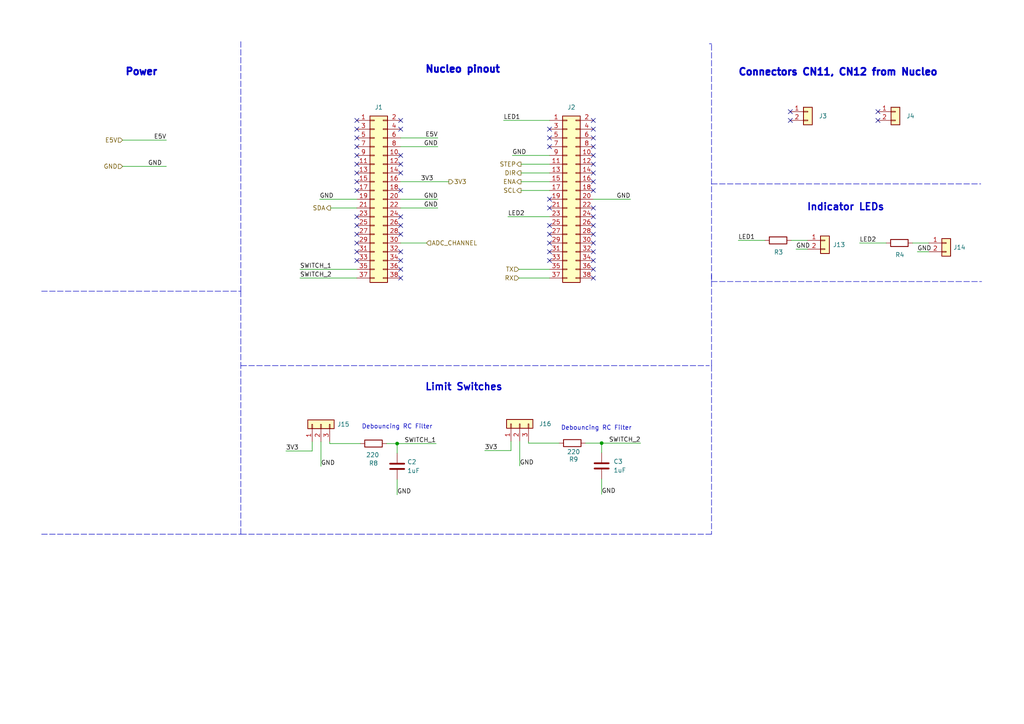
<source format=kicad_sch>
(kicad_sch (version 20211123) (generator eeschema)
  (paper "A4")
  (lib_symbols
    (symbol "Connector_Generic:Conn_01x02" (pin_names (offset 1.016) hide)
      (property "Reference" "J" (at 0 2.54 0))
      (property "Value" "Conn_01x02" (at 0 -5.08 0))
      (symbol "Conn_01x02_1_1"
        (rectangle (start -1.27 -2.413) (end 0 -2.667) (stroke (width 0.1524)))
        (rectangle (start -1.27 0.127) (end 0 -0.127) (stroke (width 0.1524)))
        (rectangle (start -1.27 1.27) (end 1.27 -3.81) (stroke (width 0.254)) (fill (type background)))
        (pin passive line (at -5.08 0 0) (length 3.81) (name "Pin_1") (number "1"))
        (pin passive line (at -5.08 -2.54 0) (length 3.81) (name "Pin_2") (number "2"))
      )
    )
    (symbol "Connector_Generic:Conn_01x03" (pin_names (offset 1.016) hide)
      (property "Reference" "J" (at 0 5.08 0))
      (property "Value" "Conn_01x03" (at 0 -5.08 0))
      (symbol "Conn_01x03_1_1"
        (rectangle (start -1.27 -2.413) (end 0 -2.667) (stroke (width 0.1524)))
        (rectangle (start -1.27 0.127) (end 0 -0.127) (stroke (width 0.1524)))
        (rectangle (start -1.27 2.667) (end 0 2.413) (stroke (width 0.1524)))
        (rectangle (start -1.27 3.81) (end 1.27 -3.81) (stroke (width 0.254)) (fill (type background)))
        (pin passive line (at -5.08 2.54 0) (length 3.81) (name "Pin_1") (number "1"))
        (pin passive line (at -5.08 0 0) (length 3.81) (name "Pin_2") (number "2"))
        (pin passive line (at -5.08 -2.54 0) (length 3.81) (name "Pin_3") (number "3"))
      )
    )
    (symbol "Connector_Generic:Conn_02x19_Odd_Even" (pin_names (offset 1.016) hide)
      (property "Reference" "J" (at 1.27 25.4 0))
      (property "Value" "Conn_02x19_Odd_Even" (at 1.27 -25.4 0))
      (symbol "Conn_02x19_Odd_Even_1_1"
        (rectangle (start -1.27 -22.733) (end 0 -22.987) (stroke (width 0.1524)))
        (rectangle (start -1.27 -20.193) (end 0 -20.447) (stroke (width 0.1524)))
        (rectangle (start -1.27 -17.653) (end 0 -17.907) (stroke (width 0.1524)))
        (rectangle (start -1.27 -15.113) (end 0 -15.367) (stroke (width 0.1524)))
        (rectangle (start -1.27 -12.573) (end 0 -12.827) (stroke (width 0.1524)))
        (rectangle (start -1.27 -10.033) (end 0 -10.287) (stroke (width 0.1524)))
        (rectangle (start -1.27 -7.493) (end 0 -7.747) (stroke (width 0.1524)))
        (rectangle (start -1.27 -4.953) (end 0 -5.207) (stroke (width 0.1524)))
        (rectangle (start -1.27 -2.413) (end 0 -2.667) (stroke (width 0.1524)))
        (rectangle (start -1.27 0.127) (end 0 -0.127) (stroke (width 0.1524)))
        (rectangle (start -1.27 2.667) (end 0 2.413) (stroke (width 0.1524)))
        (rectangle (start -1.27 5.207) (end 0 4.953) (stroke (width 0.1524)))
        (rectangle (start -1.27 7.747) (end 0 7.493) (stroke (width 0.1524)))
        (rectangle (start -1.27 10.287) (end 0 10.033) (stroke (width 0.1524)))
        (rectangle (start -1.27 12.827) (end 0 12.573) (stroke (width 0.1524)))
        (rectangle (start -1.27 15.367) (end 0 15.113) (stroke (width 0.1524)))
        (rectangle (start -1.27 17.907) (end 0 17.653) (stroke (width 0.1524)))
        (rectangle (start -1.27 20.447) (end 0 20.193) (stroke (width 0.1524)))
        (rectangle (start -1.27 22.987) (end 0 22.733) (stroke (width 0.1524)))
        (rectangle (start -1.27 24.13) (end 3.81 -24.13) (stroke (width 0.254)) (fill (type background)))
        (rectangle (start 3.81 -22.733) (end 2.54 -22.987) (stroke (width 0.1524)))
        (rectangle (start 3.81 -20.193) (end 2.54 -20.447) (stroke (width 0.1524)))
        (rectangle (start 3.81 -17.653) (end 2.54 -17.907) (stroke (width 0.1524)))
        (rectangle (start 3.81 -15.113) (end 2.54 -15.367) (stroke (width 0.1524)))
        (rectangle (start 3.81 -12.573) (end 2.54 -12.827) (stroke (width 0.1524)))
        (rectangle (start 3.81 -10.033) (end 2.54 -10.287) (stroke (width 0.1524)))
        (rectangle (start 3.81 -7.493) (end 2.54 -7.747) (stroke (width 0.1524)))
        (rectangle (start 3.81 -4.953) (end 2.54 -5.207) (stroke (width 0.1524)))
        (rectangle (start 3.81 -2.413) (end 2.54 -2.667) (stroke (width 0.1524)))
        (rectangle (start 3.81 0.127) (end 2.54 -0.127) (stroke (width 0.1524)))
        (rectangle (start 3.81 2.667) (end 2.54 2.413) (stroke (width 0.1524)))
        (rectangle (start 3.81 5.207) (end 2.54 4.953) (stroke (width 0.1524)))
        (rectangle (start 3.81 7.747) (end 2.54 7.493) (stroke (width 0.1524)))
        (rectangle (start 3.81 10.287) (end 2.54 10.033) (stroke (width 0.1524)))
        (rectangle (start 3.81 12.827) (end 2.54 12.573) (stroke (width 0.1524)))
        (rectangle (start 3.81 15.367) (end 2.54 15.113) (stroke (width 0.1524)))
        (rectangle (start 3.81 17.907) (end 2.54 17.653) (stroke (width 0.1524)))
        (rectangle (start 3.81 20.447) (end 2.54 20.193) (stroke (width 0.1524)))
        (rectangle (start 3.81 22.987) (end 2.54 22.733) (stroke (width 0.1524)))
        (pin passive line (at -5.08 22.86 0) (length 3.81) (name "Pin_1") (number "1"))
        (pin passive line (at 7.62 12.7 180) (length 3.81) (name "Pin_10") (number "10"))
        (pin passive line (at -5.08 10.16 0) (length 3.81) (name "Pin_11") (number "11"))
        (pin passive line (at 7.62 10.16 180) (length 3.81) (name "Pin_12") (number "12"))
        (pin passive line (at -5.08 7.62 0) (length 3.81) (name "Pin_13") (number "13"))
        (pin passive line (at 7.62 7.62 180) (length 3.81) (name "Pin_14") (number "14"))
        (pin passive line (at -5.08 5.08 0) (length 3.81) (name "Pin_15") (number "15"))
        (pin passive line (at 7.62 5.08 180) (length 3.81) (name "Pin_16") (number "16"))
        (pin passive line (at -5.08 2.54 0) (length 3.81) (name "Pin_17") (number "17"))
        (pin passive line (at 7.62 2.54 180) (length 3.81) (name "Pin_18") (number "18"))
        (pin passive line (at -5.08 0 0) (length 3.81) (name "Pin_19") (number "19"))
        (pin passive line (at 7.62 22.86 180) (length 3.81) (name "Pin_2") (number "2"))
        (pin passive line (at 7.62 0 180) (length 3.81) (name "Pin_20") (number "20"))
        (pin passive line (at -5.08 -2.54 0) (length 3.81) (name "Pin_21") (number "21"))
        (pin passive line (at 7.62 -2.54 180) (length 3.81) (name "Pin_22") (number "22"))
        (pin passive line (at -5.08 -5.08 0) (length 3.81) (name "Pin_23") (number "23"))
        (pin passive line (at 7.62 -5.08 180) (length 3.81) (name "Pin_24") (number "24"))
        (pin passive line (at -5.08 -7.62 0) (length 3.81) (name "Pin_25") (number "25"))
        (pin passive line (at 7.62 -7.62 180) (length 3.81) (name "Pin_26") (number "26"))
        (pin passive line (at -5.08 -10.16 0) (length 3.81) (name "Pin_27") (number "27"))
        (pin passive line (at 7.62 -10.16 180) (length 3.81) (name "Pin_28") (number "28"))
        (pin passive line (at -5.08 -12.7 0) (length 3.81) (name "Pin_29") (number "29"))
        (pin passive line (at -5.08 20.32 0) (length 3.81) (name "Pin_3") (number "3"))
        (pin passive line (at 7.62 -12.7 180) (length 3.81) (name "Pin_30") (number "30"))
        (pin passive line (at -5.08 -15.24 0) (length 3.81) (name "Pin_31") (number "31"))
        (pin passive line (at 7.62 -15.24 180) (length 3.81) (name "Pin_32") (number "32"))
        (pin passive line (at -5.08 -17.78 0) (length 3.81) (name "Pin_33") (number "33"))
        (pin passive line (at 7.62 -17.78 180) (length 3.81) (name "Pin_34") (number "34"))
        (pin passive line (at -5.08 -20.32 0) (length 3.81) (name "Pin_35") (number "35"))
        (pin passive line (at 7.62 -20.32 180) (length 3.81) (name "Pin_36") (number "36"))
        (pin passive line (at -5.08 -22.86 0) (length 3.81) (name "Pin_37") (number "37"))
        (pin passive line (at 7.62 -22.86 180) (length 3.81) (name "Pin_38") (number "38"))
        (pin passive line (at 7.62 20.32 180) (length 3.81) (name "Pin_4") (number "4"))
        (pin passive line (at -5.08 17.78 0) (length 3.81) (name "Pin_5") (number "5"))
        (pin passive line (at 7.62 17.78 180) (length 3.81) (name "Pin_6") (number "6"))
        (pin passive line (at -5.08 15.24 0) (length 3.81) (name "Pin_7") (number "7"))
        (pin passive line (at 7.62 15.24 180) (length 3.81) (name "Pin_8") (number "8"))
        (pin passive line (at -5.08 12.7 0) (length 3.81) (name "Pin_9") (number "9"))
      )
    )
    (symbol "Device:C" (pin_numbers hide) (pin_names (offset 0.254))
      (property "Reference" "C" (at 0.635 2.54 0))
      (property "Value" "C" (at 0.635 -2.54 0))
      (symbol "C_0_1"
        (polyline (pts (xy -2.032 -0.762) (xy 2.032 -0.762)) (stroke (width 0.508)))
        (polyline (pts (xy -2.032 0.762) (xy 2.032 0.762)) (stroke (width 0.508)))
      )
      (symbol "C_1_1"
        (pin passive line (at 0 3.81 270) (length 2.794) (name "~") (number "1"))
        (pin passive line (at 0 -3.81 90) (length 2.794) (name "~") (number "2"))
      )
    )
    (symbol "Device:R" (pin_numbers hide) (pin_names (offset 0))
      (property "Reference" "R" (at 2.032 0 90))
      (property "Value" "R" (at 0 0 90))
      (symbol "R_0_1"
        (rectangle (start -1.016 -2.54) (end 1.016 2.54) (stroke (width 0.254)))
      )
      (symbol "R_1_1"
        (pin passive line (at 0 3.81 270) (length 1.27) (name "~") (number "1"))
        (pin passive line (at 0 -3.81 90) (length 1.27) (name "~") (number "2"))
      )
    )
  )
  (junction (at 115.189 128.651))
  (junction (at 174.498 128.524))
  (no_connect (at 116.205 62.865))
  (no_connect (at 103.505 75.565))
  (no_connect (at 116.205 65.405))
  (no_connect (at 254.635 34.925))
  (no_connect (at 229.235 34.925))
  (no_connect (at 116.205 67.945))
  (no_connect (at 116.205 78.105))
  (no_connect (at 116.205 80.645))
  (no_connect (at 103.505 67.945))
  (no_connect (at 103.505 70.485))
  (no_connect (at 103.505 73.025))
  (no_connect (at 229.235 32.385))
  (no_connect (at 103.505 62.865))
  (no_connect (at 103.505 65.405))
  (no_connect (at 116.205 75.565))
  (no_connect (at 116.205 73.025))
  (no_connect (at 116.205 47.625))
  (no_connect (at 116.205 50.165))
  (no_connect (at 116.205 34.925))
  (no_connect (at 116.205 37.465))
  (no_connect (at 116.205 45.085))
  (no_connect (at 116.205 55.245))
  (no_connect (at 103.505 55.245))
  (no_connect (at 103.505 52.705))
  (no_connect (at 103.505 50.165))
  (no_connect (at 103.505 47.625))
  (no_connect (at 103.505 45.085))
  (no_connect (at 103.505 42.545))
  (no_connect (at 103.505 40.005))
  (no_connect (at 103.505 37.465))
  (no_connect (at 103.505 34.925))
  (no_connect (at 159.385 42.545))
  (no_connect (at 159.385 40.005))
  (no_connect (at 159.385 37.465))
  (no_connect (at 172.085 47.625))
  (no_connect (at 172.085 50.165))
  (no_connect (at 172.085 52.705))
  (no_connect (at 172.085 55.245))
  (no_connect (at 172.085 60.325))
  (no_connect (at 172.085 65.405))
  (no_connect (at 172.085 62.865))
  (no_connect (at 159.385 57.785))
  (no_connect (at 159.385 60.325))
  (no_connect (at 159.385 65.405))
  (no_connect (at 172.085 34.925))
  (no_connect (at 172.085 37.465))
  (no_connect (at 172.085 40.005))
  (no_connect (at 172.085 42.545))
  (no_connect (at 172.085 45.085))
  (no_connect (at 172.085 80.645))
  (no_connect (at 172.085 78.105))
  (no_connect (at 159.385 73.025))
  (no_connect (at 159.385 75.565))
  (no_connect (at 159.385 67.945))
  (no_connect (at 159.385 70.485))
  (no_connect (at 172.085 75.565))
  (no_connect (at 172.085 67.945))
  (no_connect (at 172.085 70.485))
  (no_connect (at 172.085 73.025))
  (no_connect (at 254.635 32.385))
  (polyline (pts (xy 12.065 84.455) (xy 69.85 84.455)))
  (wire (pts (xy 115.189 139.065) (xy 115.189 143.51)))
  (polyline (pts (xy 206.375 106.045) (xy 206.375 154.94)))
  (wire (pts (xy 116.205 60.325) (xy 127 60.325)))
  (wire (pts (xy 153.289 128.016) (xy 153.289 128.524)))
  (wire (pts (xy 174.498 138.938) (xy 174.498 143.383)))
  (wire (pts (xy 140.589 130.683) (xy 148.209 130.683)))
  (polyline (pts (xy 69.85 106.045) (xy 205.74 106.045)))
  (wire (pts (xy 266.065 73.025) (xy 269.367 73.025)))
  (wire (pts (xy 150.495 78.105) (xy 159.385 78.105)))
  (wire (pts (xy 159.385 45.085) (xy 148.59 45.085)))
  (polyline (pts (xy 12.065 154.94) (xy 69.85 154.94)))
  (wire (pts (xy 264.668 70.485) (xy 269.367 70.485)))
  (wire (pts (xy 214.122 69.723) (xy 221.869 69.723)))
  (polyline (pts (xy 206.375 53.34) (xy 284.48 53.34)))
  (wire (pts (xy 169.799 128.524) (xy 174.498 128.524)))
  (polyline (pts (xy 206.375 81.661) (xy 284.734 81.661)))
  (wire (pts (xy 116.205 70.485) (xy 123.698 70.485)))
  (wire (pts (xy 230.886 72.263) (xy 234.188 72.263)))
  (polyline (pts (xy 69.85 84.455) (xy 69.85 106.045)))
  (wire (pts (xy 35.56 48.26) (xy 48.26 48.26)))
  (wire (pts (xy 147.32 62.865) (xy 159.385 62.865)))
  (polyline (pts (xy 206.375 154.94) (xy 69.85 154.94)))
  (polyline (pts (xy 205.74 12.7) (xy 206.375 12.7)))
  (wire (pts (xy 174.498 128.524) (xy 174.498 131.318)))
  (wire (pts (xy 86.995 78.105) (xy 103.505 78.105)))
  (wire (pts (xy 151.13 50.165) (xy 159.385 50.165)))
  (wire (pts (xy 151.13 55.245) (xy 159.385 55.245)))
  (wire (pts (xy 115.189 128.651) (xy 126.492 128.651)))
  (wire (pts (xy 86.995 80.645) (xy 103.505 80.645)))
  (wire (pts (xy 95.885 60.325) (xy 103.505 60.325)))
  (wire (pts (xy 150.749 128.016) (xy 150.749 135.128)))
  (wire (pts (xy 174.498 128.524) (xy 185.801 128.524)))
  (wire (pts (xy 146.05 34.925) (xy 159.385 34.925)))
  (wire (pts (xy 103.505 57.785) (xy 92.71 57.785)))
  (wire (pts (xy 82.931 130.81) (xy 90.551 130.81)))
  (polyline (pts (xy 206.375 106.045) (xy 206.375 12.7)))
  (wire (pts (xy 35.56 40.64) (xy 48.26 40.64)))
  (wire (pts (xy 150.495 80.645) (xy 159.385 80.645)))
  (wire (pts (xy 116.205 42.545) (xy 127 42.545)))
  (polyline (pts (xy 69.85 154.94) (xy 69.85 106.045)))
  (wire (pts (xy 116.205 52.705) (xy 130.175 52.705)))
  (wire (pts (xy 115.189 128.651) (xy 115.189 131.445)))
  (wire (pts (xy 249.301 70.485) (xy 257.048 70.485)))
  (wire (pts (xy 116.205 57.785) (xy 127 57.785)))
  (wire (pts (xy 172.085 57.785) (xy 182.88 57.785)))
  (wire (pts (xy 153.289 128.524) (xy 162.179 128.524)))
  (wire (pts (xy 151.13 52.705) (xy 159.385 52.705)))
  (wire (pts (xy 116.205 40.005) (xy 127 40.005)))
  (wire (pts (xy 93.091 128.143) (xy 93.091 135.255)))
  (polyline (pts (xy 69.85 12.065) (xy 69.85 84.455)))
  (wire (pts (xy 148.209 128.016) (xy 148.209 130.683)))
  (wire (pts (xy 95.631 128.651) (xy 104.521 128.651)))
  (wire (pts (xy 229.489 69.723) (xy 234.188 69.723)))
  (wire (pts (xy 151.13 47.625) (xy 159.385 47.625)))
  (wire (pts (xy 95.631 128.143) (xy 95.631 128.651)))
  (wire (pts (xy 112.141 128.651) (xy 115.189 128.651)))
  (polyline (pts (xy 206.375 79.629) (xy 206.375 81.661)))
  (wire (pts (xy 90.551 128.143) (xy 90.551 130.81)))
  (text "Connectors CN11, CN12 from Nucleo\n" (at 213.995 22.225 0) (effects (font (size 2.032 2.032) (thickness 0.508) bold) (justify left bottom)))
  (text "Indicator LEDs" (at 233.934 61.341 0) (effects (font (size 2.032 2.032) (thickness 0.4064) bold) (justify left bottom)))
  (text "Debouncing RC Filter\n" (at 125.476 124.587 180) (effects (font (size 1.27 1.27)) (justify right bottom)))
  (text "Nucleo pinout\n\n\n" (at 123.19 27.94 0) (effects (font (size 2.032 2.032) (thickness 0.508) bold) (justify left bottom)))
  (text "Power\n\n" (at 36.195 25.4 0) (effects (font (size 2.032 2.032) (thickness 0.508) bold) (justify left bottom)))
  (text "Debouncing RC Filter\n" (at 183.261 124.968 180) (effects (font (size 1.27 1.27)) (justify right bottom)))
  (text "Limit Switches\n" (at 123.19 113.538 0) (effects (font (size 2.032 2.032) (thickness 0.4064) bold) (justify left bottom)))
  (label "GND" (at 127 57.785 180))
  (label "GND" (at 115.189 143.51 0))
  (label "GND" (at 174.498 143.383 0))
  (label "GND" (at 148.59 45.085 0))
  (label "LED1" (at 146.05 34.925 0))
  (label "SWITCH_2" (at 185.801 128.524 180))
  (label "GND" (at 46.99 48.26 180))
  (label "GND" (at 93.091 135.255 0))
  (label "SWITCH_1" (at 126.492 128.651 180))
  (label "SWITCH_2" (at 86.995 80.645 0))
  (label "LED2" (at 249.301 70.485 0))
  (label "GND" (at 92.71 57.785 0))
  (label "3V3" (at 140.589 130.683 0))
  (label "3V3" (at 125.73 52.705 180))
  (label "GND" (at 182.88 57.785 180))
  (label "GND" (at 127 60.325 180))
  (label "GND" (at 266.065 73.025 0))
  (label "LED2" (at 147.32 62.865 0))
  (label "E5V" (at 48.26 40.64 180))
  (label "E5V" (at 127 40.005 180))
  (label "GND" (at 127 42.545 180))
  (label "GND" (at 150.749 135.128 0))
  (label "GND" (at 230.886 72.263 0))
  (label "LED1" (at 214.122 69.723 0))
  (label "3V3" (at 82.931 130.81 0))
  (label "SWITCH_1" (at 86.995 78.105 0))
  (hierarchical_label "ENA" (shape output) (at 151.13 52.705 180))
  (hierarchical_label "SDA" (shape output) (at 95.885 60.325 180))
  (hierarchical_label "GND" (shape input) (at 35.56 48.26 180))
  (hierarchical_label "RX" (shape input) (at 150.495 80.645 180))
  (hierarchical_label "DIR" (shape output) (at 151.13 50.165 180))
  (hierarchical_label "E5V" (shape input) (at 35.56 40.64 180))
  (hierarchical_label "SCL" (shape output) (at 151.13 55.245 180))
  (hierarchical_label "TX" (shape input) (at 150.495 78.105 180))
  (hierarchical_label "STEP" (shape output) (at 151.13 47.625 180))
  (hierarchical_label "ADC_CHANNEL" (shape input) (at 123.698 70.485 0))
  (hierarchical_label "3V3" (shape output) (at 130.175 52.705 0))
  (symbol (lib_id "Connector_Generic:Conn_01x02") (at 234.315 32.385 0) (unit 1)
    (property "Reference" "J3" (at 237.49 33.6549 0) (effects (justify left)))
    (property "Value" "Conn_01x02" (effects hide))
    (property "Footprint" "Connector_PinSocket_2.54mm:PinSocket_1x02_P2.54mm_Vertical" (effects hide))
  )
  (symbol (lib_id "Device:C") (at 115.189 135.255 0) (unit 1)
    (property "Reference" "C2" (at 118.11 133.9849 0) (effects (justify left)))
    (property "Value" "1uF" (at 118.11 136.5249 0) (effects (justify left)))
    (property "Footprint" "Capacitor_THT:CP_Radial_D5.0mm_P2.50mm" (effects hide))
  )
  (symbol (lib_id "Device:R") (at 260.858 70.485 90) (unit 1)
    (property "Reference" "R4" (at 260.985 73.914 90))
    (property "Value" "220" (effects hide))
    (property "Footprint" "Resistor_THT:R_Axial_DIN0207_L6.3mm_D2.5mm_P10.16mm_Horizontal" (effects hide))
  )
  (symbol (lib_id "Device:R") (at 165.989 128.524 90) (unit 1)
    (property "Reference" "R9" (at 166.37 133.223 90))
    (property "Value" "220" (at 166.37 131.064 90))
    (property "Footprint" "Resistor_THT:R_Axial_DIN0207_L6.3mm_D2.5mm_P10.16mm_Horizontal" (effects hide))
  )
  (symbol (lib_id "Device:R") (at 225.679 69.723 90) (unit 1)
    (property "Reference" "R3" (at 225.806 73.152 90))
    (property "Value" "220" (effects hide))
    (property "Footprint" "Resistor_THT:R_Axial_DIN0207_L6.3mm_D2.5mm_P10.16mm_Horizontal" (effects hide))
  )
  (symbol (lib_id "Connector_Generic:Conn_01x02") (at 239.268 69.723 0) (unit 1)
    (property "Reference" "J13" (at 241.554 70.9929 0) (effects (justify left)))
    (property "Value" "Conn_01x02" (effects hide))
    (property "Footprint" "Connector_PinHeader_2.54mm:PinHeader_1x02_P2.54mm_Vertical" (effects hide))
  )
  (symbol (lib_id "Connector_Generic:Conn_02x19_Odd_Even") (at 108.585 57.785 0) (unit 1)
    (property "Reference" "J1" (at 109.855 31.115 0))
    (property "Value" "Conn_02x19_Odd_Even" (effects hide))
    (property "Footprint" "Connector_PinSocket_2.54mm:PinSocket_2x19_P2.54mm_Vertical" (effects hide))
  )
  (symbol (lib_id "Device:C") (at 174.498 135.128 0) (unit 1)
    (property "Reference" "C3" (at 177.927 133.8579 0) (effects (justify left)))
    (property "Value" "1uF" (at 177.927 136.3979 0) (effects (justify left)))
    (property "Footprint" "Capacitor_THT:CP_Radial_D5.0mm_P2.50mm" (effects hide))
  )
  (symbol (lib_id "Connector_Generic:Conn_01x02") (at 259.715 32.385 0) (unit 1)
    (property "Reference" "J4" (at 262.89 33.6549 0) (effects (justify left)))
    (property "Value" "Conn_01x02" (effects hide))
    (property "Footprint" "Connector_PinSocket_2.54mm:PinSocket_1x02_P2.54mm_Vertical" (effects hide))
  )
  (symbol (lib_id "Connector_Generic:Conn_01x02") (at 274.447 70.485 0) (unit 1)
    (property "Reference" "J14" (at 276.479 71.7549 0) (effects (justify left)))
    (property "Value" "Conn_01x02" (effects hide))
    (property "Footprint" "Connector_PinHeader_2.54mm:PinHeader_1x02_P2.54mm_Vertical" (effects hide))
  )
  (symbol (lib_id "Device:R") (at 108.331 128.651 90) (unit 1)
    (property "Reference" "R8" (at 108.331 134.366 90))
    (property "Value" "220" (at 108.077 131.953 90))
    (property "Footprint" "Resistor_THT:R_Axial_DIN0207_L6.3mm_D2.5mm_P10.16mm_Horizontal" (effects hide))
  )
  (symbol (lib_id "Connector_Generic:Conn_01x03") (at 93.091 123.063 90) (unit 1)
    (property "Reference" "J15" (at 97.79 123.0629 90) (effects (justify right)))
    (property "Value" "Conn_01x03" (effects hide))
    (property "Footprint" "Connector_PinHeader_2.54mm:PinHeader_1x03_P2.54mm_Vertical" (effects hide))
  )
  (symbol (lib_id "Connector_Generic:Conn_02x19_Odd_Even") (at 164.465 57.785 0) (unit 1)
    (property "Reference" "J2" (at 165.735 31.115 0))
    (property "Value" "Conn_02x19_Odd_Even" (effects hide))
    (property "Footprint" "Connector_PinSocket_2.54mm:PinSocket_2x19_P2.54mm_Vertical" (effects hide))
  )
  (symbol (lib_id "Connector_Generic:Conn_01x03") (at 150.749 122.936 90) (unit 1)
    (property "Reference" "J16" (at 156.337 122.9359 90) (effects (justify right)))
    (property "Value" "Conn_01x03" (effects hide))
    (property "Footprint" "Connector_PinHeader_2.54mm:PinHeader_1x03_P2.54mm_Vertical" (effects hide))
  )
)
</source>
